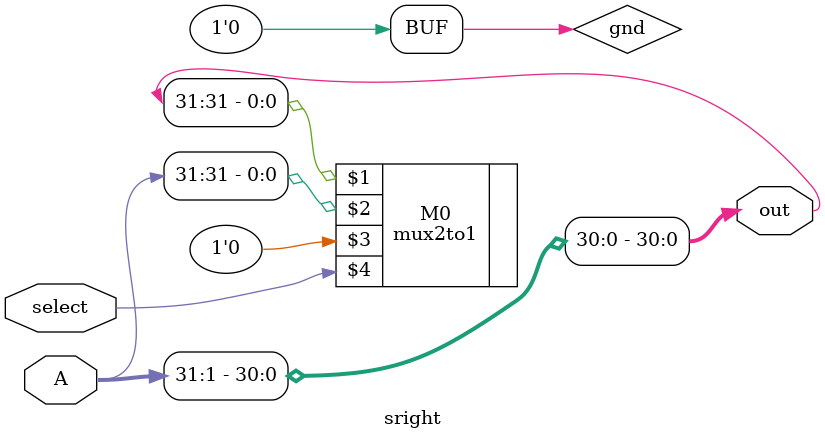
<source format=v>
`timescale 1ns / 1ps
module sright(output [31:0]out,input [31:0]A,input select);
	supply0 gnd;
	mux2to1 M0(out[31],A[31],gnd,select);
	assign out[0] = A[1];
	assign out[1] = A[2];
	assign out[2] = A[3];
	assign out[3] = A[4];
	assign out[4] = A[5];
	assign out[5] = A[6];
	assign out[6] = A[7];
	assign out[7] = A[8];
	assign out[8] = A[9];
	assign out[9] = A[10];
	assign out[10] = A[11];
	assign out[11] = A[12];
	assign out[12] = A[13];
	assign out[13] = A[14];
	assign out[14] = A[15];
	assign out[15] = A[16];
	assign out[16] = A[17];
	assign out[17] = A[18];
	assign out[18] = A[19];
	assign out[19] = A[20];
	assign out[20] = A[21];
	assign out[21] = A[22];
	assign out[22] = A[23];
	assign out[23] = A[24];
	assign out[24] = A[25];
	assign out[25] = A[26];
	assign out[26] = A[27];
	assign out[27] = A[28];
	assign out[28] = A[29];
	assign out[29] = A[30];
	assign out[30] = A[31];
endmodule

</source>
